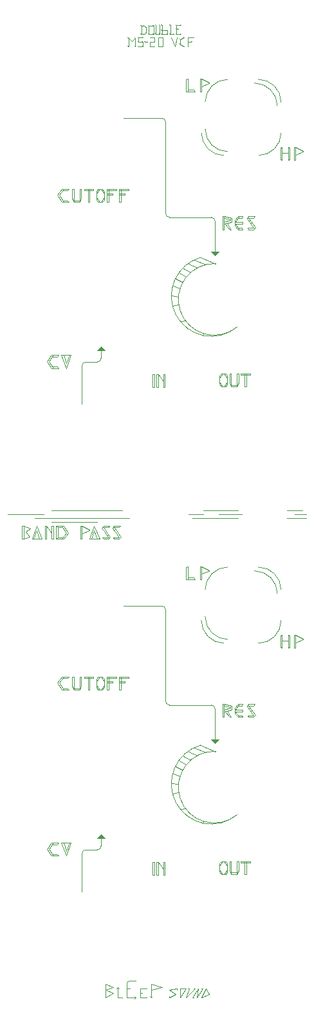
<source format=gto>
G04 #@! TF.GenerationSoftware,KiCad,Pcbnew,(5.1.9)-1*
G04 #@! TF.CreationDate,2021-10-01T14:03:17+02:00*
G04 #@! TF.ProjectId,MS20-VCF,4d533230-2d56-4434-962e-6b696361645f,rev?*
G04 #@! TF.SameCoordinates,Original*
G04 #@! TF.FileFunction,Legend,Top*
G04 #@! TF.FilePolarity,Positive*
%FSLAX46Y46*%
G04 Gerber Fmt 4.6, Leading zero omitted, Abs format (unit mm)*
G04 Created by KiCad (PCBNEW (5.1.9)-1) date 2021-10-01 14:03:17*
%MOMM*%
%LPD*%
G01*
G04 APERTURE LIST*
%ADD10C,0.120000*%
%ADD11C,0.100000*%
%ADD12O,6.700000X4.200000*%
G04 APERTURE END LIST*
D10*
X140500000Y-28500000D02*
X140400000Y-28400000D01*
X139900000Y-28500000D02*
X139800000Y-28400000D01*
X139900000Y-27300000D02*
X139800000Y-27200000D01*
X140500000Y-27300000D02*
X140400000Y-27200000D01*
X139900000Y-27800000D02*
X139800000Y-27700000D01*
X140200000Y-27800000D02*
X140100000Y-27700000D01*
X139900000Y-27800000D02*
X140200000Y-27800000D01*
X139900000Y-28500000D02*
X140500000Y-28500000D01*
X139900000Y-27300000D02*
X140500000Y-27300000D01*
X139900000Y-28500000D02*
X139900000Y-27300000D01*
X139100000Y-27300000D02*
X139000000Y-27200000D01*
X139100000Y-28500000D02*
X139000000Y-28400000D01*
X139600000Y-28500000D02*
X139500000Y-28400000D01*
X139100000Y-28500000D02*
X139600000Y-28500000D01*
X139100000Y-27300000D02*
X139100000Y-28500000D01*
X138000000Y-27300000D02*
X137900000Y-27200000D01*
X138700000Y-28500000D02*
X138600000Y-28400000D01*
X138000000Y-28500000D02*
X137900000Y-28400000D01*
X138000000Y-28000000D02*
X137900000Y-27900000D01*
X138700000Y-28000000D02*
X138600000Y-27900000D01*
X138700000Y-28000000D02*
X138000000Y-28000000D01*
X138700000Y-28500000D02*
X138700000Y-28000000D01*
X138000000Y-28500000D02*
X138700000Y-28500000D01*
X138000000Y-27300000D02*
X138000000Y-28500000D01*
X137200000Y-28500000D02*
X137100000Y-28300000D01*
X137700000Y-28500000D02*
X137600000Y-28300000D01*
X137200000Y-27300000D02*
X137100000Y-27200000D01*
X137700000Y-27300000D02*
X137600000Y-27200000D01*
X137700000Y-28500000D02*
X137700000Y-27300000D01*
X137200000Y-28500000D02*
X137700000Y-28500000D01*
X137200000Y-27300000D02*
X137200000Y-28500000D01*
X136900000Y-28500000D02*
X136900000Y-27400000D01*
X136300000Y-27400000D02*
X136300000Y-28500000D01*
X136300000Y-28500000D02*
X136900000Y-28500000D01*
X136900000Y-27400000D02*
X136300000Y-27400000D01*
X136300000Y-27400000D02*
X136200000Y-27300000D01*
X136300000Y-28500000D02*
X136200000Y-28400000D01*
X136900000Y-27400000D02*
X136800000Y-27300000D01*
X136900000Y-28500000D02*
X136800000Y-28400000D01*
X135900000Y-27600000D02*
X135800000Y-27500000D01*
X135700000Y-27400000D02*
X135600000Y-27300000D01*
X135900000Y-28300000D02*
X135800000Y-28200000D01*
X135700000Y-28500000D02*
X135600000Y-28400000D01*
X135300000Y-28500000D02*
X135200000Y-28400000D01*
X135300000Y-27400000D02*
X135200000Y-27300000D01*
X135700000Y-27400000D02*
X135300000Y-27400000D01*
X135900000Y-27600000D02*
X135700000Y-27400000D01*
X135900000Y-28300000D02*
X135900000Y-27600000D01*
X135700000Y-28500000D02*
X135900000Y-28300000D01*
X135300000Y-28500000D02*
X135700000Y-28500000D01*
X135300000Y-28500000D02*
X135300000Y-27400000D01*
X132200000Y-93900000D02*
X132100000Y-93700000D01*
X131700000Y-93000000D02*
X131500000Y-93300000D01*
X132400000Y-94500000D02*
X131600000Y-94500000D01*
X131700000Y-93200000D02*
X132100000Y-93700000D01*
X132000000Y-94000000D02*
X131900000Y-93800000D01*
X131500000Y-93300000D02*
X131900000Y-93800000D01*
X132600000Y-94400000D02*
X132200000Y-93900000D01*
X132400000Y-93200000D02*
X131700000Y-93200000D01*
X131600000Y-94500000D02*
X131700000Y-94700000D01*
X132500000Y-93000000D02*
X131700000Y-93000000D01*
X132600000Y-94400000D02*
X132400000Y-94700000D01*
X132400000Y-94700000D02*
X131700000Y-94700000D01*
X132500000Y-93000000D02*
X132400000Y-93200000D01*
X132400000Y-94500000D02*
X132000000Y-94000000D01*
X130800000Y-93900000D02*
X130700000Y-93700000D01*
X130300000Y-93000000D02*
X130100000Y-93300000D01*
X131000000Y-94500000D02*
X130200000Y-94500000D01*
X130300000Y-93200000D02*
X130700000Y-93700000D01*
X130600000Y-94000000D02*
X130500000Y-93800000D01*
X130100000Y-93300000D02*
X130500000Y-93800000D01*
X131200000Y-94400000D02*
X130800000Y-93900000D01*
X131000000Y-93200000D02*
X130300000Y-93200000D01*
X130200000Y-94500000D02*
X130300000Y-94700000D01*
X131100000Y-93000000D02*
X130300000Y-93000000D01*
X131200000Y-94400000D02*
X131000000Y-94700000D01*
X131000000Y-94700000D02*
X130300000Y-94700000D01*
X131100000Y-93000000D02*
X131000000Y-93200000D01*
X131000000Y-94500000D02*
X130600000Y-94000000D01*
X129800000Y-94700000D02*
X129100000Y-93000000D01*
X129500000Y-94700000D02*
X129100000Y-93600000D01*
X129100000Y-93000000D02*
X128500000Y-94700000D01*
X128500000Y-94700000D02*
X129800000Y-94700000D01*
X129100000Y-93600000D02*
X128700000Y-94700000D01*
X127300000Y-93000000D02*
X127500000Y-93000000D01*
X127300000Y-94700000D02*
X127300000Y-93000000D01*
X127500000Y-93000000D02*
X128500000Y-93500000D01*
X127500000Y-93000000D02*
X127500000Y-94700000D01*
X128500000Y-93600000D02*
X127500000Y-94000000D01*
X127300000Y-94700000D02*
X127500000Y-94700000D01*
X128500000Y-93500000D02*
X128500000Y-93600000D01*
X124300000Y-93200000D02*
X124100000Y-93000000D01*
X124900000Y-93200000D02*
X124300000Y-93200000D01*
X124100000Y-93000000D02*
X124100000Y-94700000D01*
X124300000Y-93200000D02*
X124300000Y-94500000D01*
X125400000Y-93900000D02*
X124800000Y-93000000D01*
X124800000Y-94700000D02*
X125400000Y-93900000D01*
X125700000Y-93900000D02*
X125100000Y-93000000D01*
X125100000Y-94700000D02*
X125700000Y-93900000D01*
X124300000Y-94500000D02*
X124100000Y-94700000D01*
X124900000Y-94500000D02*
X124300000Y-94500000D01*
X124100000Y-94700000D02*
X125100000Y-94700000D01*
X125100000Y-93000000D02*
X124100000Y-93000000D01*
X122800000Y-93000000D02*
X122800000Y-94700000D01*
X122800000Y-93000000D02*
X123500000Y-93900000D01*
X123500000Y-93000000D02*
X123700000Y-93000000D01*
X123500000Y-93900000D02*
X123500000Y-93000000D01*
X122600000Y-93000000D02*
X122800000Y-93000000D01*
X122600000Y-94700000D02*
X122600000Y-93000000D01*
X123700000Y-94700000D02*
X123500000Y-94700000D01*
X122600000Y-94700000D02*
X122800000Y-94700000D01*
X123700000Y-93000000D02*
X123700000Y-94700000D01*
X123500000Y-94700000D02*
X123500000Y-93900000D01*
X122200000Y-94700000D02*
X121500000Y-93000000D01*
X121900000Y-94700000D02*
X121500000Y-93600000D01*
X121500000Y-93000000D02*
X120900000Y-94700000D01*
X120900000Y-94700000D02*
X122200000Y-94700000D01*
X121500000Y-93600000D02*
X121100000Y-94700000D01*
X120100000Y-93800000D02*
X120700000Y-93300000D01*
X120700000Y-93300000D02*
X119800000Y-93000000D01*
X119600000Y-94700000D02*
X119800000Y-94700000D01*
X119600000Y-93000000D02*
X119800000Y-93000000D01*
X120600000Y-94400000D02*
X120100000Y-93800000D01*
X119800000Y-93000000D02*
X119800000Y-94700000D01*
X119600000Y-94700000D02*
X119600000Y-93000000D01*
X119800000Y-94700000D02*
X120600000Y-94400000D01*
X156500000Y-91500000D02*
X157000000Y-91500000D01*
X143500000Y-91500000D02*
X141500000Y-91500000D01*
X145500000Y-91500000D02*
X148500000Y-91500000D01*
X155500000Y-91500000D02*
X156500000Y-91500000D01*
X148900000Y-138700000D02*
X149100000Y-138700000D01*
X149100000Y-137200000D02*
X149600000Y-137200000D01*
X145800000Y-138700000D02*
X145600000Y-138400000D01*
X148900000Y-138700000D02*
X148900000Y-137000000D01*
X148400000Y-137200000D02*
X148900000Y-137200000D01*
X147100000Y-138500000D02*
X147900000Y-138500000D01*
X145600000Y-138100000D02*
X146000000Y-138700000D01*
X148100000Y-137000000D02*
X148100000Y-138200000D01*
X146900000Y-138200000D02*
X147100000Y-138700000D01*
X145600000Y-137300000D02*
X145800000Y-137000000D01*
X146400000Y-137000000D02*
X146600000Y-137300000D01*
X149600000Y-137200000D02*
X149600000Y-137000000D01*
X148900000Y-137200000D02*
X149100000Y-137200000D01*
X145600000Y-137600000D02*
X146000000Y-137000000D01*
X146400000Y-138700000D02*
X145800000Y-138700000D01*
X146600000Y-138100000D02*
X146200000Y-138700000D01*
X145800000Y-137000000D02*
X146400000Y-137000000D01*
X145600000Y-137300000D02*
X145600000Y-138400000D01*
X146600000Y-138400000D02*
X146600000Y-137300000D01*
X147100000Y-138700000D02*
X147900000Y-138700000D01*
X148400000Y-137000000D02*
X148400000Y-137200000D01*
X147900000Y-137000000D02*
X148100000Y-137000000D01*
X146200000Y-137000000D02*
X146600000Y-137600000D01*
X146600000Y-138400000D02*
X146400000Y-138700000D01*
X146900000Y-138200000D02*
X146900000Y-137000000D01*
X148900000Y-137000000D02*
X149100000Y-137000000D01*
X141200000Y-100000000D02*
X141200000Y-98400000D01*
X141400000Y-98300000D02*
X141400000Y-100000000D01*
X154600000Y-109000000D02*
X154800000Y-108900000D01*
X153600000Y-107400000D02*
X153800000Y-107300000D01*
X144200000Y-98800000D02*
X144200000Y-98900000D01*
X155400000Y-109000000D02*
X155600000Y-109000000D01*
X144200000Y-98900000D02*
X143200000Y-99300000D01*
X143000000Y-98300000D02*
X143200000Y-98300000D01*
X147000000Y-116800000D02*
X147000000Y-116900000D01*
X147000000Y-116900000D02*
X146200000Y-117100000D01*
X154600000Y-109000000D02*
X154600000Y-107300000D01*
D11*
G36*
X145000000Y-121500000D02*
G01*
X144500000Y-121000000D01*
X145500000Y-121000000D01*
X145000000Y-121500000D01*
G37*
X145000000Y-121500000D02*
X144500000Y-121000000D01*
X145500000Y-121000000D01*
X145000000Y-121500000D01*
D10*
X143200000Y-98300000D02*
X144200000Y-98800000D01*
X142200000Y-99800000D02*
X141400000Y-99800000D01*
X153600000Y-108900000D02*
X153800000Y-109000000D01*
X146200000Y-116600000D02*
X147000000Y-116800000D01*
X143000000Y-100000000D02*
X143000000Y-98300000D01*
X154600000Y-107300000D02*
X154800000Y-107400000D01*
X154800000Y-107400000D02*
X154800000Y-108900000D01*
X153600000Y-108900000D02*
X153600000Y-107400000D01*
X153800000Y-107300000D02*
X153800000Y-109000000D01*
X155600000Y-107300000D02*
X156600000Y-107800000D01*
X141200000Y-100000000D02*
X141400000Y-100000000D01*
X155600000Y-107300000D02*
X155600000Y-109000000D01*
X156600000Y-107800000D02*
X156600000Y-107900000D01*
X156600000Y-107900000D02*
X155600000Y-108300000D01*
X154600000Y-108100000D02*
X153800000Y-108100000D01*
X143000000Y-100000000D02*
X143200000Y-100000000D01*
X141200000Y-98400000D02*
X141400000Y-98300000D01*
X155400000Y-107300000D02*
X155600000Y-107300000D01*
X155400000Y-109000000D02*
X155400000Y-107300000D01*
X141400000Y-100000000D02*
X142400000Y-100000000D01*
X142400000Y-100000000D02*
X142200000Y-99800000D01*
X143200000Y-98300000D02*
X143200000Y-100000000D01*
X147200000Y-116600000D02*
X147200000Y-117100000D01*
X146600000Y-117300000D02*
X147100000Y-118100000D01*
X146000000Y-118100000D02*
X146200000Y-118100000D01*
X146200000Y-116400000D02*
X147200000Y-116600000D01*
X146000000Y-116400000D02*
X146200000Y-116400000D01*
X147200000Y-117100000D02*
X146200000Y-117400000D01*
X150200000Y-116400000D02*
X150100000Y-116600000D01*
X150200000Y-116400000D02*
X149400000Y-116400000D01*
X147100000Y-118100000D02*
X146900000Y-118100000D01*
X146900000Y-118100000D02*
X146300000Y-117400000D01*
X146000000Y-118100000D02*
X146000000Y-116400000D01*
X146200000Y-116400000D02*
X146200000Y-118100000D01*
X148200000Y-116400000D02*
X147600000Y-117200000D01*
X148600000Y-117100000D02*
X148600000Y-117300000D01*
X147600000Y-116900000D02*
X148000000Y-116400000D01*
X148000000Y-116400000D02*
X148600000Y-116400000D01*
X148100000Y-117900000D02*
X148500000Y-117900000D01*
X148500000Y-116600000D02*
X148600000Y-116400000D01*
X148600000Y-117400000D02*
X147700000Y-117400000D01*
X149200000Y-116700000D02*
X149600000Y-117200000D01*
X148400000Y-117100000D02*
X148600000Y-117100000D01*
X149700000Y-117400000D02*
X149600000Y-117200000D01*
X149900000Y-117300000D02*
X149800000Y-117100000D01*
X148000000Y-118100000D02*
X148600000Y-118100000D01*
X148100000Y-116600000D02*
X148500000Y-116600000D01*
X148600000Y-117300000D02*
X148600000Y-117400000D01*
X147600000Y-116900000D02*
X147600000Y-117600000D01*
X149300000Y-117900000D02*
X149400000Y-118100000D01*
X148500000Y-117900000D02*
X148600000Y-118100000D01*
X148200000Y-118100000D02*
X147600000Y-117300000D01*
X150100000Y-116600000D02*
X149400000Y-116600000D01*
X149400000Y-116400000D02*
X149200000Y-116700000D01*
X150300000Y-117800000D02*
X150100000Y-118100000D01*
X150100000Y-117900000D02*
X149300000Y-117900000D01*
X150100000Y-118100000D02*
X149400000Y-118100000D01*
X150100000Y-117900000D02*
X149700000Y-117400000D01*
X147700000Y-117100000D02*
X148400000Y-117100000D01*
X150300000Y-117800000D02*
X149900000Y-117300000D01*
X149400000Y-116600000D02*
X149800000Y-117100000D01*
X147600000Y-117600000D02*
X148000000Y-118100000D01*
X150200000Y-98900000D02*
G75*
G02*
X153200000Y-101900000I0J-3000000D01*
G01*
X146700000Y-107900000D02*
G75*
G02*
X143700000Y-104900000I0J3000000D01*
G01*
X153700000Y-105400000D02*
G75*
G02*
X150700000Y-108400000I-3000000J0D01*
G01*
X146200000Y-108400000D02*
G75*
G02*
X143200000Y-105400000I0J3000000D01*
G01*
X143700000Y-101400000D02*
G75*
G02*
X146700000Y-98400000I3000000J0D01*
G01*
X150700000Y-98400000D02*
G75*
G02*
X153700000Y-101400000I0J-3000000D01*
G01*
X141100000Y-130100000D02*
X140500000Y-130200000D01*
X143500000Y-131800000D02*
X143400000Y-132000000D01*
X139400000Y-128100000D02*
X140200000Y-128000000D01*
X140414967Y-125816834D02*
X139500000Y-125500000D01*
X141200000Y-124300000D02*
X140300000Y-123800000D01*
X140200000Y-126900000D02*
X139300000Y-126800000D01*
X141800000Y-123700000D02*
X140800000Y-123200000D01*
X142700000Y-123100000D02*
X141500000Y-122600000D01*
X145100000Y-122600000D02*
X143085033Y-121783166D01*
X140700000Y-125000000D02*
X139800000Y-124600000D01*
X147880994Y-130910040D02*
G75*
G02*
X145085033Y-122583166I-2995961J3626874D01*
G01*
X147900000Y-130899999D02*
G75*
G02*
X143085033Y-121783166I-3378355J4045660D01*
G01*
X143800000Y-122700000D02*
X142300000Y-122100000D01*
X133600000Y-112800000D02*
X132600000Y-112800000D01*
X132400000Y-112800000D02*
X132600000Y-112800000D01*
X132400000Y-114500000D02*
X132600000Y-114500000D01*
X133100000Y-113600000D02*
X133100000Y-113400000D01*
X133100000Y-113400000D02*
X132400000Y-113400000D01*
X132400000Y-113000000D02*
X132600000Y-113000000D01*
X132600000Y-112800000D02*
X132600000Y-114500000D01*
X130800000Y-114500000D02*
X131000000Y-114500000D01*
X130800000Y-113000000D02*
X131000000Y-113000000D01*
X131500000Y-113400000D02*
X130800000Y-113400000D01*
X131500000Y-113600000D02*
X131500000Y-113400000D01*
X131000000Y-112800000D02*
X131000000Y-114500000D01*
X132000000Y-112800000D02*
X131000000Y-112800000D01*
X132400000Y-114500000D02*
X132400000Y-112800000D01*
X132400000Y-113600000D02*
X133100000Y-113600000D01*
X133600000Y-113000000D02*
X133600000Y-112800000D01*
X130800000Y-112800000D02*
X131000000Y-112800000D01*
X130800000Y-114500000D02*
X130800000Y-112800000D01*
X130800000Y-113600000D02*
X131500000Y-113600000D01*
X132000000Y-113000000D02*
X132000000Y-112800000D01*
X131000000Y-113000000D02*
X132000000Y-113000000D01*
X132600000Y-113000000D02*
X133600000Y-113000000D01*
X126400000Y-114500000D02*
X127200000Y-114500000D01*
X129400000Y-113400000D02*
X129800000Y-112800000D01*
X129000000Y-112800000D02*
X128500000Y-112800000D01*
X126200000Y-114000000D02*
X126400000Y-114500000D01*
X124500000Y-113600000D02*
X125100000Y-114500000D01*
X128500000Y-112800000D02*
X128500000Y-114500000D01*
X129400000Y-113100000D02*
X129600000Y-112800000D01*
X126400000Y-114300000D02*
X127200000Y-114300000D01*
X129600000Y-114500000D02*
X129400000Y-114200000D01*
X129400000Y-113900000D02*
X129800000Y-114500000D01*
X130000000Y-112800000D02*
X130400000Y-113400000D01*
X127400000Y-114000000D02*
X127200000Y-114500000D01*
X130200000Y-114500000D02*
X129600000Y-114500000D01*
X127400000Y-112800000D02*
X127400000Y-114000000D01*
X129000000Y-113000000D02*
X129000000Y-112800000D01*
X129400000Y-113100000D02*
X129400000Y-114200000D01*
X127200000Y-112800000D02*
X127400000Y-112800000D01*
X130200000Y-112800000D02*
X130400000Y-113100000D01*
X128300000Y-114500000D02*
X128300000Y-112800000D01*
X128300000Y-112800000D02*
X128500000Y-112800000D01*
X126400000Y-112800000D02*
X126400000Y-114500000D01*
X129600000Y-112800000D02*
X130200000Y-112800000D01*
X128300000Y-114500000D02*
X128500000Y-114500000D01*
X128300000Y-112800000D02*
X127800000Y-112800000D01*
X127800000Y-113000000D02*
X128300000Y-113000000D01*
X128500000Y-113000000D02*
X129000000Y-113000000D01*
X130400000Y-114200000D02*
X130400000Y-113100000D01*
X126200000Y-112800000D02*
X126400000Y-112800000D01*
X125000000Y-113000000D02*
X125600000Y-113000000D01*
X127800000Y-112800000D02*
X127800000Y-113000000D01*
X126200000Y-114000000D02*
X126200000Y-112800000D01*
X130400000Y-114200000D02*
X130200000Y-114500000D01*
X128300000Y-113000000D02*
X128500000Y-113000000D01*
X127200000Y-114500000D02*
X127200000Y-112800000D01*
X130400000Y-113900000D02*
X130000000Y-114500000D01*
X124200000Y-113600000D02*
X124800000Y-114500000D01*
X125800000Y-112800000D02*
X124800000Y-112800000D01*
X125600000Y-113000000D02*
X125800000Y-112800000D01*
X124800000Y-112800000D02*
X124200000Y-113600000D01*
X124800000Y-114500000D02*
X125800000Y-114500000D01*
X125100000Y-112800000D02*
X124500000Y-113600000D01*
X125600000Y-114300000D02*
X125800000Y-114500000D01*
X125000000Y-114300000D02*
X125600000Y-114300000D01*
X130000000Y-135000000D02*
G75*
G02*
X129500000Y-135500000I-500000J0D01*
G01*
X127500000Y-136000000D02*
G75*
G02*
X128000000Y-135500000I500000J0D01*
G01*
X129500000Y-135500000D02*
X128000000Y-135500000D01*
X130000000Y-135000000D02*
X130000000Y-134000000D01*
X127500000Y-141000000D02*
X127500000Y-136000000D01*
D11*
G36*
X130500000Y-134000000D02*
G01*
X129500000Y-134000000D01*
X130000000Y-133500000D01*
X130500000Y-134000000D01*
G37*
X130500000Y-134000000D02*
X129500000Y-134000000D01*
X130000000Y-133500000D01*
X130500000Y-134000000D01*
D10*
X124250000Y-134800000D02*
X124450000Y-134600000D01*
X136800000Y-138800000D02*
X137000000Y-138800000D01*
X138200000Y-137100000D02*
X138400000Y-137100000D01*
X146900000Y-137000000D02*
X147100000Y-137000000D01*
X148100000Y-138200000D02*
X147900000Y-138700000D01*
X123650000Y-136100000D02*
X124250000Y-136100000D01*
X125450000Y-136300000D02*
X126050000Y-134600000D01*
X124750000Y-134600000D02*
X125450000Y-136300000D01*
X125050000Y-134600000D02*
X125450000Y-135700000D01*
X123450000Y-134600000D02*
X122850000Y-135400000D01*
X123650000Y-134800000D02*
X124250000Y-134800000D01*
X138200000Y-138000000D02*
X138200000Y-137100000D01*
X125450000Y-135700000D02*
X125850000Y-134600000D01*
X138200000Y-138800000D02*
X138200000Y-138000000D01*
X123750000Y-134600000D02*
X123150000Y-135400000D01*
X126050000Y-134600000D02*
X124750000Y-134600000D01*
X124450000Y-134600000D02*
X123450000Y-134600000D01*
X137000000Y-137100000D02*
X137000000Y-138800000D01*
X147900000Y-138700000D02*
X147900000Y-137000000D01*
X149600000Y-137000000D02*
X149100000Y-137000000D01*
X123450000Y-136300000D02*
X124450000Y-136300000D01*
X124250000Y-136100000D02*
X124450000Y-136300000D01*
X136800000Y-138800000D02*
X136800000Y-137100000D01*
X137300000Y-138800000D02*
X137500000Y-138800000D01*
X137500000Y-137100000D02*
X137500000Y-138800000D01*
X136800000Y-137100000D02*
X137000000Y-137100000D01*
X148900000Y-137000000D02*
X148400000Y-137000000D01*
X147100000Y-137000000D02*
X147100000Y-138700000D01*
X138400000Y-137100000D02*
X138400000Y-138800000D01*
X137500000Y-137100000D02*
X138200000Y-138000000D01*
X122850000Y-135400000D02*
X123450000Y-136300000D01*
X137300000Y-138800000D02*
X137300000Y-137100000D01*
X149100000Y-137000000D02*
X149100000Y-138700000D01*
X138400000Y-138800000D02*
X138200000Y-138800000D01*
X123150000Y-135400000D02*
X123750000Y-136300000D01*
X137300000Y-137100000D02*
X137500000Y-137100000D01*
X138500000Y-116000000D02*
X138500000Y-104000000D01*
X145000000Y-121000000D02*
X145000000Y-117000000D01*
X139000000Y-116500000D02*
G75*
G02*
X138500000Y-116000000I0J500000D01*
G01*
X144500000Y-116500000D02*
G75*
G02*
X145000000Y-117000000I0J-500000D01*
G01*
X144500000Y-116500000D02*
X139000000Y-116500000D01*
X138000000Y-103500000D02*
X133000000Y-103500000D01*
X138000000Y-103500000D02*
G75*
G02*
X138500000Y-104000000I0J-500000D01*
G01*
X142200000Y-28900000D02*
X142300000Y-28800000D01*
X141400000Y-28900000D02*
X141500000Y-28800000D01*
X141400000Y-29500000D02*
X141500000Y-29400000D01*
X141800000Y-29500000D02*
X141900000Y-29400000D01*
X141400000Y-30100000D02*
X141500000Y-30000000D01*
X141400000Y-29500000D02*
X141800000Y-29500000D01*
X141400000Y-28900000D02*
X142200000Y-28900000D01*
X141400000Y-30100000D02*
X141400000Y-28900000D01*
X140900000Y-30100000D02*
X140800000Y-30000000D01*
X140900000Y-28900000D02*
X140800000Y-28800000D01*
X140400000Y-29200000D02*
X140300000Y-29100000D01*
X140400000Y-29800000D02*
X140300000Y-29700000D01*
X140400000Y-29800000D02*
X140900000Y-30100000D01*
X140400000Y-29200000D02*
X140400000Y-29800000D01*
X140900000Y-28900000D02*
X140400000Y-29200000D01*
X139700000Y-30100000D02*
X139800000Y-30000000D01*
X140000000Y-28900000D02*
X140100000Y-28800000D01*
X139200000Y-28900000D02*
X139300000Y-28800000D01*
X139700000Y-30100000D02*
X140000000Y-28900000D01*
X139700000Y-30100000D02*
X139200000Y-28900000D01*
X138100000Y-30100000D02*
X138200000Y-30000000D01*
X137500000Y-30100000D02*
X137600000Y-30000000D01*
X138100000Y-28900000D02*
X138200000Y-28800000D01*
X137500000Y-28900000D02*
X137600000Y-28800000D01*
X138100000Y-28900000D02*
X137500000Y-28900000D01*
X138100000Y-30100000D02*
X138100000Y-28900000D01*
X137500000Y-30100000D02*
X138100000Y-30100000D01*
X137500000Y-28900000D02*
X137500000Y-30100000D01*
X136400000Y-28900000D02*
X136500000Y-28800000D01*
X137000000Y-28900000D02*
X137100000Y-28800000D01*
X137000000Y-30100000D02*
X137100000Y-30000000D01*
X136400000Y-30100000D02*
X136500000Y-30000000D01*
X137000000Y-29500000D02*
X137100000Y-29400000D01*
X136400000Y-29500000D02*
X136500000Y-29400000D01*
X137000000Y-28900000D02*
X136400000Y-28900000D01*
X137000000Y-29500000D02*
X137000000Y-28900000D01*
X136400000Y-29500000D02*
X137000000Y-29500000D01*
X136400000Y-30100000D02*
X136400000Y-29500000D01*
X136400000Y-30100000D02*
X137000000Y-30100000D01*
X135800000Y-29500000D02*
X135700000Y-29400000D01*
X136100000Y-29500000D02*
X136000000Y-29400000D01*
X135800000Y-29500000D02*
X136100000Y-29500000D01*
X134100000Y-29400000D02*
X134000000Y-29300000D01*
X133600000Y-29000000D02*
X133500000Y-28900000D01*
X134500000Y-29000000D02*
X134400000Y-28900000D01*
X135500000Y-30100000D02*
X135400000Y-30000000D01*
X135500000Y-29500000D02*
X135300000Y-29400000D01*
X135500000Y-28900000D02*
X135400000Y-28800000D01*
X134900000Y-28900000D02*
X134800000Y-28800000D01*
X134900000Y-29500000D02*
X134800000Y-29400000D01*
X134900000Y-30100000D02*
X134800000Y-30000000D01*
X135500000Y-30100000D02*
X134900000Y-30100000D01*
X135500000Y-29500000D02*
X135500000Y-30100000D01*
X134900000Y-29500000D02*
X135500000Y-29500000D01*
X134900000Y-28900000D02*
X134900000Y-29500000D01*
X135500000Y-28900000D02*
X134900000Y-28900000D01*
X134500000Y-30100000D02*
X134400000Y-30000000D01*
X133600000Y-30100000D02*
X133500000Y-30000000D01*
X134500000Y-29000000D02*
X134500000Y-30100000D01*
X134100000Y-29400000D02*
X134500000Y-29000000D01*
X133600000Y-29000000D02*
X134100000Y-29400000D01*
X133600000Y-29000000D02*
X133600000Y-30100000D01*
X143400000Y-153700000D02*
X143200000Y-153700000D01*
X142000000Y-154900000D02*
X142200000Y-154900000D01*
X142400000Y-153700000D02*
X142200000Y-153700000D01*
X141600000Y-153700000D02*
X141400000Y-153700000D01*
X143800000Y-153700000D02*
X144200000Y-154500000D01*
X143200000Y-154900000D02*
X144200000Y-154500000D01*
X143800000Y-153700000D02*
X143200000Y-154900000D01*
X142600000Y-154900000D02*
X143400000Y-153700000D01*
X142800000Y-153700000D02*
X142600000Y-154900000D01*
X142800000Y-153700000D02*
X142000000Y-154900000D01*
X141200000Y-154900000D02*
X142400000Y-153700000D01*
X141600000Y-153700000D02*
X141200000Y-154900000D01*
X141200000Y-153700000D02*
X140400000Y-153700000D01*
X140400000Y-154900000D02*
X141200000Y-153700000D01*
X140400000Y-153700000D02*
X140400000Y-154900000D01*
X140000000Y-153700000D02*
X140000000Y-153900000D01*
X139000000Y-154900000D02*
X139000000Y-154700000D01*
X139800000Y-154500000D02*
X139000000Y-154900000D01*
X139000000Y-153900000D02*
X139800000Y-154500000D01*
X140000000Y-153700000D02*
X139000000Y-153900000D01*
X134600000Y-154900000D02*
X134400000Y-155100000D01*
X134600000Y-154900000D02*
X134400000Y-154700000D01*
X133400000Y-153100000D02*
G75*
G02*
X133800000Y-152700000I400000J0D01*
G01*
X132200000Y-153500000D02*
X132400000Y-153700000D01*
X132200000Y-153500000D02*
X132000000Y-153700000D01*
X136600000Y-154900000D02*
X136800000Y-154700000D01*
X136400000Y-154700000D02*
X136600000Y-154900000D01*
X138000000Y-153500000D02*
X136600000Y-153900000D01*
X136600000Y-153100000D02*
X138000000Y-153500000D01*
X136600000Y-154900000D02*
X136600000Y-154700000D01*
X136600000Y-153100000D02*
X136600000Y-154900000D01*
X135200000Y-153700000D02*
X136000000Y-153700000D01*
X135200000Y-154300000D02*
X135400000Y-154300000D01*
X135200000Y-154900000D02*
X136000000Y-154900000D01*
X135200000Y-153700000D02*
X135200000Y-154900000D01*
X133800000Y-152700000D02*
X134600000Y-152700000D01*
X133400000Y-153700000D02*
X133800000Y-153700000D01*
X133400000Y-154900000D02*
X134600000Y-154900000D01*
X133400000Y-153100000D02*
X133400000Y-154900000D01*
X132200000Y-154900000D02*
X132800000Y-154900000D01*
X132200000Y-153500000D02*
X132200000Y-154900000D01*
X131600000Y-153500000D02*
X130600000Y-153100000D01*
X130600000Y-153900000D02*
X131600000Y-153500000D01*
X131600000Y-154300000D02*
X130600000Y-153900000D01*
X130600000Y-154900000D02*
X131600000Y-154300000D01*
X130600000Y-153100000D02*
X130600000Y-154900000D01*
X150200000Y-34900000D02*
G75*
G02*
X153200000Y-37900000I0J-3000000D01*
G01*
X146700000Y-43900000D02*
G75*
G02*
X143700000Y-40900000I0J3000000D01*
G01*
X143700000Y-37400000D02*
G75*
G02*
X146700000Y-34400000I3000000J0D01*
G01*
X153700000Y-41400000D02*
G75*
G02*
X150700000Y-44400000I-3000000J0D01*
G01*
X150700000Y-34400000D02*
G75*
G02*
X153700000Y-37400000I0J-3000000D01*
G01*
X146200000Y-44400000D02*
G75*
G02*
X143200000Y-41400000I0J3000000D01*
G01*
X143500000Y-67800000D02*
X143400000Y-68000000D01*
X141100000Y-66100000D02*
X140500000Y-66200000D01*
X139400000Y-64100000D02*
X140200000Y-64000000D01*
X140414967Y-61816834D02*
X139500000Y-61500000D01*
X141200000Y-60300000D02*
X140300000Y-59800000D01*
X145100000Y-58600000D02*
X143085033Y-57783166D01*
X147880994Y-66910040D02*
G75*
G02*
X145085033Y-58583166I-2995961J3626874D01*
G01*
X147900000Y-66899999D02*
G75*
G02*
X143085033Y-57783166I-3378355J4045660D01*
G01*
X143800000Y-58700000D02*
X142300000Y-58100000D01*
X142700000Y-59100000D02*
X141500000Y-58600000D01*
X140700000Y-61000000D02*
X139800000Y-60600000D01*
X141800000Y-59700000D02*
X140800000Y-59200000D01*
X140200000Y-62900000D02*
X139300000Y-62800000D01*
X132400000Y-50500000D02*
X132600000Y-50500000D01*
X132400000Y-49000000D02*
X132600000Y-49000000D01*
X133100000Y-49400000D02*
X132400000Y-49400000D01*
X133100000Y-49600000D02*
X133100000Y-49400000D01*
X132600000Y-48800000D02*
X132600000Y-50500000D01*
X133600000Y-48800000D02*
X132600000Y-48800000D01*
X132400000Y-48800000D02*
X132600000Y-48800000D01*
X132400000Y-50500000D02*
X132400000Y-48800000D01*
X132400000Y-49600000D02*
X133100000Y-49600000D01*
X133600000Y-49000000D02*
X133600000Y-48800000D01*
X132600000Y-49000000D02*
X133600000Y-49000000D01*
X131500000Y-49400000D02*
X130800000Y-49400000D01*
X131000000Y-48800000D02*
X131000000Y-50500000D01*
X131500000Y-49600000D02*
X131500000Y-49400000D01*
X130800000Y-50500000D02*
X130800000Y-48800000D01*
X130800000Y-48800000D02*
X131000000Y-48800000D01*
X130800000Y-50500000D02*
X131000000Y-50500000D01*
X131000000Y-49000000D02*
X132000000Y-49000000D01*
X132000000Y-48800000D02*
X131000000Y-48800000D01*
X130800000Y-49600000D02*
X131500000Y-49600000D01*
X132000000Y-49000000D02*
X132000000Y-48800000D01*
X130800000Y-49000000D02*
X131000000Y-49000000D01*
X130200000Y-50500000D02*
X129600000Y-50500000D01*
X129600000Y-50500000D02*
X129400000Y-50200000D01*
X130400000Y-49900000D02*
X130000000Y-50500000D01*
X129400000Y-49100000D02*
X129600000Y-48800000D01*
X129400000Y-49100000D02*
X129400000Y-50200000D01*
X129600000Y-48800000D02*
X130200000Y-48800000D01*
X130400000Y-50200000D02*
X130200000Y-50500000D01*
X129400000Y-49400000D02*
X129800000Y-48800000D01*
X130400000Y-50200000D02*
X130400000Y-49100000D01*
X130000000Y-48800000D02*
X130400000Y-49400000D01*
X130200000Y-48800000D02*
X130400000Y-49100000D01*
X129400000Y-49900000D02*
X129800000Y-50500000D01*
X127400000Y-48800000D02*
X127400000Y-50000000D01*
X127200000Y-50500000D02*
X127200000Y-48800000D01*
X128300000Y-50500000D02*
X128500000Y-50500000D01*
X127200000Y-48800000D02*
X127400000Y-48800000D01*
X127800000Y-48800000D02*
X127800000Y-49000000D01*
X128300000Y-48800000D02*
X127800000Y-48800000D01*
X127800000Y-49000000D02*
X128300000Y-49000000D01*
X126200000Y-48800000D02*
X126400000Y-48800000D01*
X128500000Y-48800000D02*
X128500000Y-50500000D01*
X128300000Y-49000000D02*
X128500000Y-49000000D01*
X126400000Y-48800000D02*
X126400000Y-50500000D01*
X128500000Y-49000000D02*
X129000000Y-49000000D01*
X129000000Y-48800000D02*
X128500000Y-48800000D01*
X129000000Y-49000000D02*
X129000000Y-48800000D01*
X127400000Y-50000000D02*
X127200000Y-50500000D01*
X128300000Y-48800000D02*
X128500000Y-48800000D01*
X128300000Y-50500000D02*
X128300000Y-48800000D01*
X126200000Y-50000000D02*
X126400000Y-50500000D01*
X126200000Y-50000000D02*
X126200000Y-48800000D01*
X126400000Y-50500000D02*
X127200000Y-50500000D01*
X126400000Y-50300000D02*
X127200000Y-50300000D01*
X124500000Y-49600000D02*
X125100000Y-50500000D01*
X124200000Y-49600000D02*
X124800000Y-50500000D01*
X125000000Y-49000000D02*
X125600000Y-49000000D01*
X125800000Y-48800000D02*
X124800000Y-48800000D01*
X125600000Y-49000000D02*
X125800000Y-48800000D01*
X124800000Y-48800000D02*
X124200000Y-49600000D01*
X124800000Y-50500000D02*
X125800000Y-50500000D01*
X125100000Y-48800000D02*
X124500000Y-49600000D01*
X125600000Y-50300000D02*
X125800000Y-50500000D01*
X125000000Y-50300000D02*
X125600000Y-50300000D01*
X154800000Y-43400000D02*
X154800000Y-44900000D01*
X154600000Y-43300000D02*
X154800000Y-43400000D01*
X154600000Y-45000000D02*
X154800000Y-44900000D01*
X153600000Y-44900000D02*
X153600000Y-43400000D01*
X153600000Y-44900000D02*
X153800000Y-45000000D01*
X153600000Y-43400000D02*
X153800000Y-43300000D01*
X154600000Y-45000000D02*
X154600000Y-43300000D01*
X153800000Y-43300000D02*
X153800000Y-45000000D01*
X156600000Y-43800000D02*
X156600000Y-43900000D01*
X156600000Y-43900000D02*
X155600000Y-44300000D01*
X155400000Y-43300000D02*
X155600000Y-43300000D01*
X155600000Y-43300000D02*
X156600000Y-43800000D01*
X154600000Y-44100000D02*
X153800000Y-44100000D01*
X155400000Y-45000000D02*
X155400000Y-43300000D01*
X155400000Y-45000000D02*
X155600000Y-45000000D01*
X155600000Y-43300000D02*
X155600000Y-45000000D01*
X141400000Y-36000000D02*
X142400000Y-36000000D01*
X141200000Y-36000000D02*
X141400000Y-36000000D01*
X141200000Y-34400000D02*
X141400000Y-34300000D01*
X142400000Y-36000000D02*
X142200000Y-35800000D01*
X141200000Y-36000000D02*
X141200000Y-34400000D01*
X141400000Y-34300000D02*
X141400000Y-36000000D01*
X142200000Y-35800000D02*
X141400000Y-35800000D01*
X143000000Y-36000000D02*
X143200000Y-36000000D01*
X143200000Y-34300000D02*
X144200000Y-34800000D01*
X144200000Y-34800000D02*
X144200000Y-34900000D01*
X144200000Y-34900000D02*
X143200000Y-35300000D01*
X143000000Y-36000000D02*
X143000000Y-34300000D01*
X143000000Y-34300000D02*
X143200000Y-34300000D01*
X143200000Y-34300000D02*
X143200000Y-36000000D01*
D11*
G36*
X145000000Y-57500000D02*
G01*
X144500000Y-57000000D01*
X145500000Y-57000000D01*
X145000000Y-57500000D01*
G37*
X145000000Y-57500000D02*
X144500000Y-57000000D01*
X145500000Y-57000000D01*
X145000000Y-57500000D01*
D10*
X146200000Y-52600000D02*
X147000000Y-52800000D01*
X147000000Y-52900000D02*
X146200000Y-53100000D01*
X147000000Y-52800000D02*
X147000000Y-52900000D01*
X146900000Y-54100000D02*
X146300000Y-53400000D01*
X147100000Y-54100000D02*
X146900000Y-54100000D01*
X146600000Y-53300000D02*
X147100000Y-54100000D01*
X146000000Y-54100000D02*
X146200000Y-54100000D01*
X146200000Y-52400000D02*
X147200000Y-52600000D01*
X147200000Y-52600000D02*
X147200000Y-53100000D01*
X147200000Y-53100000D02*
X146200000Y-53400000D01*
X146000000Y-54100000D02*
X146000000Y-52400000D01*
X146000000Y-52400000D02*
X146200000Y-52400000D01*
X146200000Y-52400000D02*
X146200000Y-54100000D01*
X150200000Y-52400000D02*
X150100000Y-52600000D01*
X150200000Y-52400000D02*
X149400000Y-52400000D01*
X150100000Y-52600000D02*
X149400000Y-52600000D01*
X150300000Y-53800000D02*
X150100000Y-54100000D01*
X149300000Y-53900000D02*
X149400000Y-54100000D01*
X150100000Y-53900000D02*
X149300000Y-53900000D01*
X150100000Y-54100000D02*
X149400000Y-54100000D01*
X150100000Y-53900000D02*
X149700000Y-53400000D01*
X150300000Y-53800000D02*
X149900000Y-53300000D01*
X149400000Y-52600000D02*
X149800000Y-53100000D01*
X149200000Y-52700000D02*
X149600000Y-53200000D01*
X149700000Y-53400000D02*
X149600000Y-53200000D01*
X149900000Y-53300000D02*
X149800000Y-53100000D01*
X149400000Y-52400000D02*
X149200000Y-52700000D01*
X148600000Y-53400000D02*
X147700000Y-53400000D01*
X148200000Y-52400000D02*
X147600000Y-53200000D01*
X147700000Y-53100000D02*
X148400000Y-53100000D01*
X147600000Y-52900000D02*
X148000000Y-52400000D01*
X148000000Y-52400000D02*
X148600000Y-52400000D01*
X148000000Y-54100000D02*
X148600000Y-54100000D01*
X148400000Y-53100000D02*
X148600000Y-53100000D01*
X148600000Y-53100000D02*
X148600000Y-53300000D01*
X148600000Y-53300000D02*
X148600000Y-53400000D01*
X148100000Y-52600000D02*
X148500000Y-52600000D01*
X148100000Y-53900000D02*
X148500000Y-53900000D01*
X147600000Y-52900000D02*
X147600000Y-53600000D01*
X148500000Y-53900000D02*
X148600000Y-54100000D01*
X147600000Y-53600000D02*
X148000000Y-54100000D01*
X148500000Y-52600000D02*
X148600000Y-52400000D01*
X148200000Y-54100000D02*
X147600000Y-53300000D01*
X138000000Y-39500000D02*
X133000000Y-39500000D01*
X138000000Y-39500000D02*
G75*
G02*
X138500000Y-40000000I0J-500000D01*
G01*
X144500000Y-52500000D02*
X139000000Y-52500000D01*
X139000000Y-52500000D02*
G75*
G02*
X138500000Y-52000000I0J500000D01*
G01*
X144500000Y-52500000D02*
G75*
G02*
X145000000Y-53000000I0J-500000D01*
G01*
X138500000Y-52000000D02*
X138500000Y-40000000D01*
X145000000Y-57000000D02*
X145000000Y-53000000D01*
D11*
G36*
X130500000Y-70000000D02*
G01*
X129500000Y-70000000D01*
X130000000Y-69500000D01*
X130500000Y-70000000D01*
G37*
X130500000Y-70000000D02*
X129500000Y-70000000D01*
X130000000Y-69500000D01*
X130500000Y-70000000D01*
D10*
X130000000Y-71000000D02*
X130000000Y-70000000D01*
X129500000Y-71500000D02*
X128000000Y-71500000D01*
X130000000Y-71000000D02*
G75*
G02*
X129500000Y-71500000I-500000J0D01*
G01*
X127500000Y-72000000D02*
G75*
G02*
X128000000Y-71500000I500000J0D01*
G01*
X127500000Y-77000000D02*
X127500000Y-72000000D01*
X125450000Y-72300000D02*
X126050000Y-70600000D01*
X124750000Y-70600000D02*
X125450000Y-72300000D01*
X125450000Y-71700000D02*
X125850000Y-70600000D01*
X123450000Y-70600000D02*
X122850000Y-71400000D01*
X125050000Y-70600000D02*
X125450000Y-71700000D01*
X123750000Y-70600000D02*
X123150000Y-71400000D01*
X126050000Y-70600000D02*
X124750000Y-70600000D01*
X124450000Y-70600000D02*
X123450000Y-70600000D01*
X123450000Y-72300000D02*
X124450000Y-72300000D01*
X122850000Y-71400000D02*
X123450000Y-72300000D01*
X136800000Y-74800000D02*
X136800000Y-73100000D01*
X136800000Y-73100000D02*
X137000000Y-73100000D01*
X123150000Y-71400000D02*
X123750000Y-72300000D01*
X123650000Y-72100000D02*
X124250000Y-72100000D01*
X124250000Y-72100000D02*
X124450000Y-72300000D01*
X137300000Y-74800000D02*
X137500000Y-74800000D01*
X137300000Y-74800000D02*
X137300000Y-73100000D01*
X137000000Y-73100000D02*
X137000000Y-74800000D01*
X123650000Y-70800000D02*
X124250000Y-70800000D01*
X137500000Y-73100000D02*
X138200000Y-74000000D01*
X124250000Y-70800000D02*
X124450000Y-70600000D01*
X138200000Y-74000000D02*
X138200000Y-73100000D01*
X138200000Y-74800000D02*
X138200000Y-74000000D01*
X137300000Y-73100000D02*
X137500000Y-73100000D01*
X137500000Y-73100000D02*
X137500000Y-74800000D01*
X138400000Y-74800000D02*
X138200000Y-74800000D01*
X138400000Y-73100000D02*
X138400000Y-74800000D01*
X136800000Y-74800000D02*
X137000000Y-74800000D01*
X138200000Y-73100000D02*
X138400000Y-73100000D01*
X149100000Y-73000000D02*
X149100000Y-74700000D01*
X147900000Y-74700000D02*
X147900000Y-73000000D01*
X146900000Y-73000000D02*
X147100000Y-73000000D01*
X148100000Y-74200000D02*
X147900000Y-74700000D01*
X149600000Y-73000000D02*
X149100000Y-73000000D01*
X148900000Y-73000000D02*
X148400000Y-73000000D01*
X147100000Y-73000000D02*
X147100000Y-74700000D01*
X147900000Y-73000000D02*
X148100000Y-73000000D01*
X148400000Y-73000000D02*
X148400000Y-73200000D01*
X148900000Y-74700000D02*
X149100000Y-74700000D01*
X148100000Y-73000000D02*
X148100000Y-74200000D01*
X147100000Y-74700000D02*
X147900000Y-74700000D01*
X146900000Y-74200000D02*
X147100000Y-74700000D01*
X147100000Y-74500000D02*
X147900000Y-74500000D01*
X148900000Y-74700000D02*
X148900000Y-73000000D01*
X149100000Y-73200000D02*
X149600000Y-73200000D01*
X146900000Y-74200000D02*
X146900000Y-73000000D01*
X148900000Y-73200000D02*
X149100000Y-73200000D01*
X149600000Y-73200000D02*
X149600000Y-73000000D01*
X146400000Y-73000000D02*
X146600000Y-73300000D01*
X145600000Y-73300000D02*
X145600000Y-74400000D01*
X148400000Y-73200000D02*
X148900000Y-73200000D01*
X145800000Y-73000000D02*
X146400000Y-73000000D01*
X145600000Y-73300000D02*
X145800000Y-73000000D01*
X146600000Y-74400000D02*
X146400000Y-74700000D01*
X146600000Y-74100000D02*
X146200000Y-74700000D01*
X146600000Y-74400000D02*
X146600000Y-73300000D01*
X146200000Y-73000000D02*
X146600000Y-73600000D01*
X145600000Y-74100000D02*
X146000000Y-74700000D01*
X146400000Y-74700000D02*
X145800000Y-74700000D01*
X145800000Y-74700000D02*
X145600000Y-74400000D01*
X145600000Y-73600000D02*
X146000000Y-73000000D01*
X148900000Y-73000000D02*
X149100000Y-73000000D01*
X117750000Y-91500000D02*
X122500000Y-91500000D01*
X121250000Y-92000000D02*
X133750000Y-92000000D01*
X129500000Y-92500000D02*
X123500000Y-92500000D01*
X123500000Y-91000000D02*
X132750000Y-91000000D01*
X148000000Y-92000000D02*
X142000000Y-92000000D01*
X157000000Y-92000000D02*
X154500000Y-92000000D01*
X148000000Y-91000000D02*
X143500000Y-91000000D01*
X154500000Y-91000000D02*
X156500000Y-91000000D01*
%LPC*%
D11*
G36*
X154000000Y-94000000D02*
G01*
X149000000Y-94000000D01*
X149000000Y-89000000D01*
X154000000Y-89000000D01*
X154000000Y-94000000D01*
G37*
X154000000Y-94000000D02*
X149000000Y-94000000D01*
X149000000Y-89000000D01*
X154000000Y-89000000D01*
X154000000Y-94000000D01*
D12*
X148500000Y-155000000D03*
X126500000Y-155000000D03*
X148500000Y-28000000D03*
X126500000Y-28000000D03*
M02*

</source>
